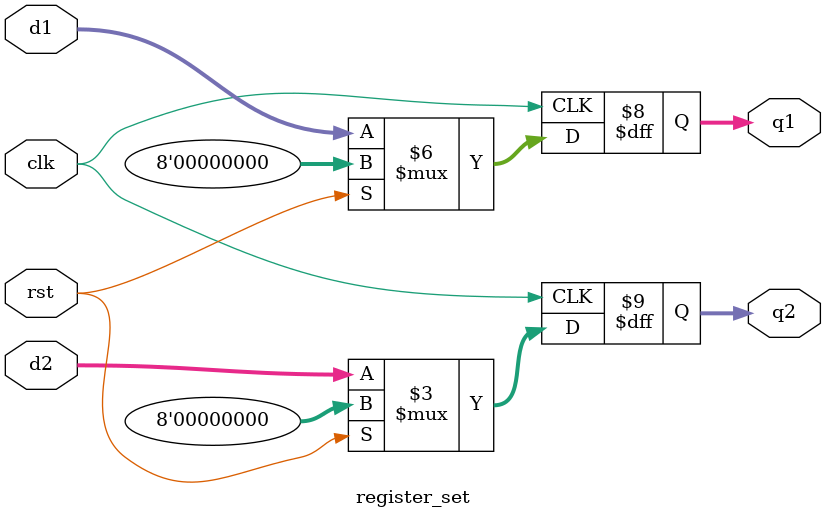
<source format=v>

module register_set(q1, q2, clk, rst, d1, d2);
    input clk, rst;
    input [7:0] d1, d2;
    output [7:0] q1, q2;
    always @(negedge clk) begin
        if (rst) begin
            q1 = 8'b0;
            q2 = 8'b0;
        end
        else begin
            q1 <= d1;
            q2 <= d2;
        end
    end
endmodule
</source>
